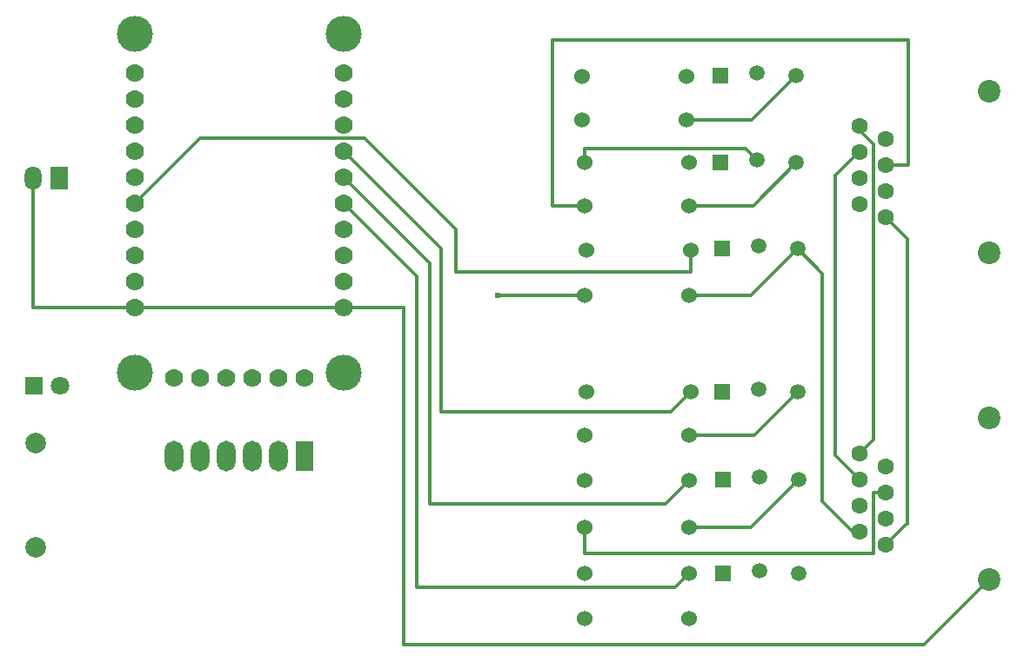
<source format=gtl>
G04 Layer: TopLayer*
G04 EasyEDA v6.5.22, 2022-10-31 13:41:45*
G04 028e3914a6f949ed9ca799ef75e4ed4f,10*
G04 Gerber Generator version 0.2*
G04 Scale: 100 percent, Rotated: No, Reflected: No *
G04 Dimensions in inches *
G04 leading zeros omitted , absolute positions ,3 integer and 6 decimal *
%FSLAX36Y36*%
%MOIN*%

%ADD10C,0.0120*%
%ADD11C,0.0866*%
%ADD12C,0.0630*%
%ADD13C,0.1380*%
%ADD14C,0.0700*%
%ADD15R,0.0650X0.0906*%
%ADD16O,0.064961X0.09055099999999999*%
%ADD17C,0.0709*%
%ADD18R,0.0709X0.0709*%
%ADD19O,0.070866X0.11810999999999999*%
%ADD20R,0.0709X0.1181*%
%ADD21R,0.0591X0.0591*%
%ADD22C,0.0591*%
%ADD23C,0.0600*%
%ADD24C,0.0787*%
%ADD25C,0.0240*%

%LPD*%
D10*
X3687559Y1370000D02*
G01*
X3640000Y1370000D01*
X3640000Y1135000D01*
X2535000Y1135000D01*
X2535000Y1235000D01*
X3687559Y2625000D02*
G01*
X3775000Y2625000D01*
X3775000Y3105000D01*
X2410000Y3105000D01*
X2410000Y2470000D01*
X2535000Y2470000D01*
X3587559Y1220000D02*
G01*
X3560000Y1220000D01*
X3445000Y1335000D01*
X3445000Y2210000D01*
X3350000Y2305000D01*
X1610000Y2080000D02*
G01*
X1840000Y2080000D01*
X1840000Y785000D01*
X3832479Y785000D01*
X4082439Y1034960D01*
X3587559Y2675000D02*
G01*
X3585000Y2675000D01*
X3495000Y2585000D01*
X3495000Y1512559D01*
X3587559Y1420000D01*
X3587559Y2775000D02*
G01*
X3587559Y2757440D01*
X3640000Y2705000D01*
X3640000Y1572440D01*
X3587559Y1520000D01*
X3687559Y2425000D02*
G01*
X3770000Y2342559D01*
X3770000Y1250000D01*
X3767559Y1250000D01*
X3687559Y1170000D01*
X2200000Y2125000D02*
G01*
X2535000Y2125000D01*
X2935000Y2125000D02*
G01*
X3170000Y2125000D01*
X3350000Y2305000D01*
X2935000Y2470000D02*
G01*
X3180000Y2470000D01*
X3345000Y2635000D01*
X2925000Y2800000D02*
G01*
X3175000Y2800000D01*
X3345000Y2970000D01*
X2935000Y1590000D02*
G01*
X3185000Y1590000D01*
X3350000Y1755000D01*
X2935000Y1235000D02*
G01*
X3170000Y1235000D01*
X3355000Y1420000D01*
X810000Y2080000D02*
G01*
X420000Y2080000D01*
X420000Y2575000D01*
X810000Y2080000D02*
G01*
X1610000Y2080000D01*
X2535000Y2635000D02*
G01*
X2535000Y2690000D01*
X3150000Y2690000D01*
X3195000Y2645000D01*
X1610000Y2480000D02*
G01*
X1890000Y2200000D01*
X1890000Y1005000D01*
X2880000Y1005000D01*
X2935000Y1060000D01*
X1610000Y2580000D02*
G01*
X1940000Y2250000D01*
X1940000Y1325000D01*
X2845000Y1325000D01*
X2935000Y1415000D01*
X1610000Y2680000D02*
G01*
X1985000Y2305000D01*
X1985000Y1680000D01*
X2865000Y1680000D01*
X2940000Y1755000D01*
X810000Y2480000D02*
G01*
X1060000Y2730000D01*
X1690000Y2730000D01*
X2040000Y2380000D01*
X2040000Y2215000D01*
X2940000Y2215000D01*
X2940000Y2300000D01*
D11*
G01*
X4082439Y2289960D03*
G01*
X4082439Y2910039D03*
D12*
G01*
X3687559Y2425000D03*
G01*
X3587559Y2475000D03*
G01*
X3687559Y2525000D03*
G01*
X3587559Y2575000D03*
G01*
X3687559Y2625000D03*
G01*
X3587559Y2675000D03*
G01*
X3687559Y2725000D03*
G01*
X3587559Y2775000D03*
D11*
G01*
X4082439Y1034960D03*
G01*
X4082439Y1655039D03*
D12*
G01*
X3687559Y1170000D03*
G01*
X3587559Y1220000D03*
G01*
X3687559Y1270000D03*
G01*
X3587559Y1320000D03*
G01*
X3687559Y1370000D03*
G01*
X3587559Y1420000D03*
G01*
X3687559Y1470000D03*
G01*
X3587559Y1520000D03*
D13*
G01*
X1610000Y3130000D03*
D14*
G01*
X1610000Y2080000D03*
G01*
X1610000Y2180000D03*
G01*
X1610000Y2280000D03*
G01*
X1610000Y2380000D03*
G01*
X1610000Y2480000D03*
G01*
X1610000Y2580000D03*
G01*
X1610000Y2680000D03*
G01*
X1610000Y2780000D03*
G01*
X1610000Y2880000D03*
G01*
X1610000Y2980000D03*
D13*
G01*
X1610000Y1830000D03*
D14*
G01*
X1460000Y1810000D03*
G01*
X960000Y1810000D03*
G01*
X1060000Y1810000D03*
G01*
X1160000Y1810000D03*
G01*
X1260000Y1810000D03*
G01*
X1360000Y1810000D03*
D13*
G01*
X810000Y1830000D03*
D14*
G01*
X810000Y2080000D03*
G01*
X810000Y2980000D03*
G01*
X810000Y2880000D03*
G01*
X810000Y2780000D03*
G01*
X810000Y2680000D03*
G01*
X810000Y2580000D03*
G01*
X810000Y2480000D03*
G01*
X810000Y2380000D03*
G01*
X810000Y2280000D03*
G01*
X810000Y2180000D03*
G01*
X810000Y2080000D03*
D13*
G01*
X810000Y3130000D03*
D15*
G01*
X520000Y2575000D03*
D16*
G01*
X420000Y2575000D03*
D17*
G01*
X525000Y1780000D03*
D18*
G01*
X425000Y1780000D03*
D19*
G01*
X960000Y1510000D03*
G01*
X1060000Y1510000D03*
G01*
X1160000Y1510000D03*
G01*
X1260000Y1510000D03*
G01*
X1360000Y1510000D03*
D20*
G01*
X1460000Y1510000D03*
D21*
G01*
X3060000Y2305000D03*
D22*
G01*
X3200000Y2315000D03*
G01*
X3350000Y2305000D03*
D21*
G01*
X3055000Y2635000D03*
D22*
G01*
X3195000Y2645000D03*
G01*
X3345000Y2635000D03*
D21*
G01*
X3055000Y2970000D03*
D22*
G01*
X3195000Y2980000D03*
G01*
X3345000Y2970000D03*
D21*
G01*
X3060000Y1755000D03*
D22*
G01*
X3200000Y1765000D03*
G01*
X3350000Y1755000D03*
D21*
G01*
X3065000Y1420000D03*
D22*
G01*
X3205000Y1430000D03*
G01*
X3355000Y1420000D03*
D21*
G01*
X3065000Y1060000D03*
D22*
G01*
X3205000Y1070000D03*
G01*
X3355000Y1060000D03*
D23*
G01*
X2540000Y2300000D03*
G01*
X2940000Y2300000D03*
G01*
X2535000Y2125000D03*
G01*
X2935000Y2125000D03*
G01*
X2535000Y2635000D03*
G01*
X2935000Y2635000D03*
G01*
X2535000Y2470000D03*
G01*
X2935000Y2470000D03*
G01*
X2525000Y2965000D03*
G01*
X2925000Y2965000D03*
G01*
X2525000Y2800000D03*
G01*
X2925000Y2800000D03*
G01*
X2535000Y1590000D03*
G01*
X2935000Y1590000D03*
G01*
X2540000Y1755000D03*
G01*
X2940000Y1755000D03*
G01*
X2535000Y1235000D03*
G01*
X2935000Y1235000D03*
G01*
X2535000Y1415000D03*
G01*
X2935000Y1415000D03*
G01*
X2535000Y885000D03*
G01*
X2935000Y885000D03*
G01*
X2535000Y1060000D03*
G01*
X2935000Y1060000D03*
D24*
G01*
X430000Y1560000D03*
G01*
X430000Y1160000D03*
D25*
G01*
X2200000Y2125000D03*
M02*

</source>
